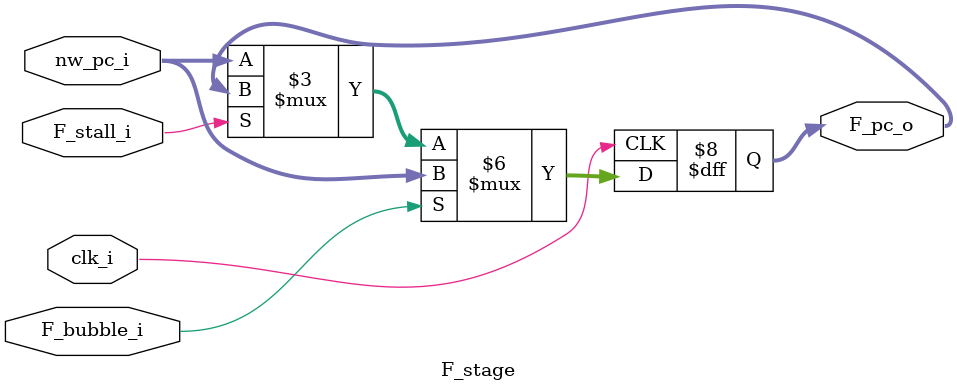
<source format=v>
`include "define.v"
module F_stage(
	input wire clk_i,
	input wire F_stall_i,
	input wire F_bubble_i,
	input wire [31:0] nw_pc_i,

	output reg [31:0] F_pc_o	
);
	always@ (posedge clk_i) begin
		if(F_bubble_i) begin
			F_pc_o <= nw_pc_i;
		end
		else if(~F_stall_i) begin
			F_pc_o <= nw_pc_i;
		end
	end
endmodule

</source>
